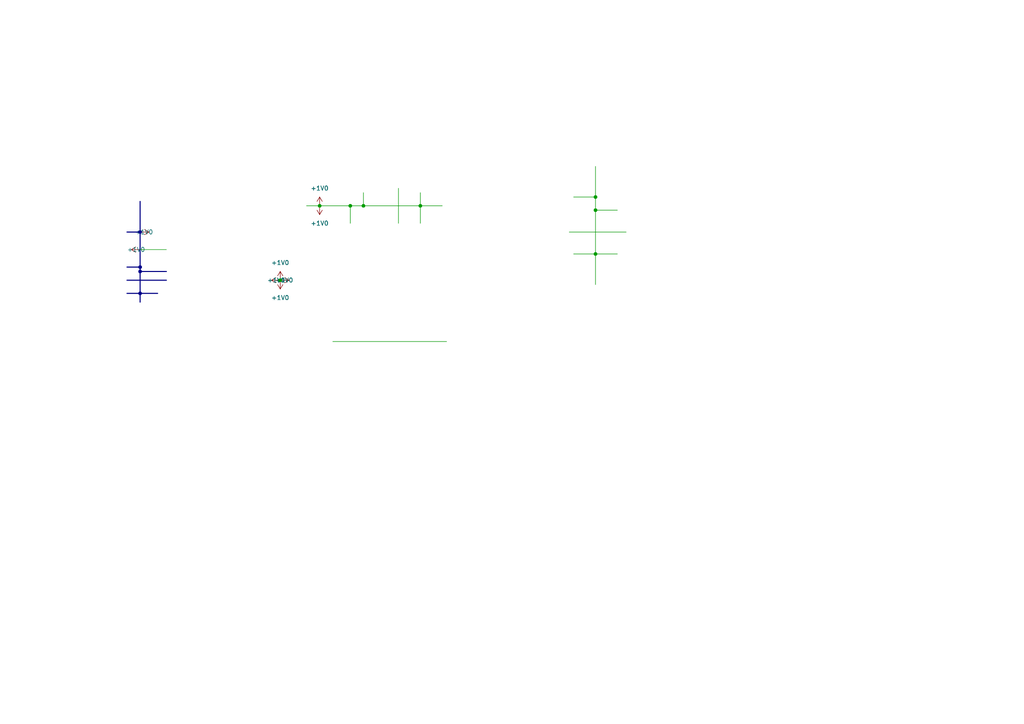
<source format=kicad_sch>
(kicad_sch (version 20240417) (generator "eeschema") (generator_version "8.99")
  (paper "A4")
  (lib_symbols
    (symbol "power:+1V0" (power) (pin_numbers hide) (pin_names (offset 0) hide)
      (property "Value" "+1V0" (at 0 3.556 0))
      (symbol "+1V0_0_1"
        (polyline (pts (xy -0.762 1.27) (xy 0 2.54)))
        (polyline (pts (xy 0 2.54) (xy 0.762 1.27)))
        (polyline (pts (xy 0 0) (xy 0 2.54)))
      )
      (symbol "+1V0_1_1"
        (pin power_in line (at 0 0 90) (length 0) (name "~") (number "1"))
      )
    )
  )
  (junction (at 172.72 57.15))
  (junction (at 81.28 81.28))
  (junction (at 172.72 73.66))
  (junction (at 40.64 67.31))
  (junction (at 105.41 59.69))
  (junction (at 40.64 77.47))
  (junction (at 40.64 78.74))
  (junction (at 101.6 59.69))
  (junction (at 172.72 60.96))
  (junction (at 40.64 85.09))
  (junction (at 92.71 59.69))
  (junction (at 121.92 59.69))
  (bus (pts (xy 40.64 85.09) (xy 40.64 87.63)))
  (wire (pts (xy 166.37 73.66) (xy 172.72 73.66)))
  (bus (pts (xy 40.64 58.42) (xy 40.64 67.31)))
  (bus (pts (xy 40.64 78.74) (xy 48.26 78.74)))
  (wire (pts (xy 105.41 59.69) (xy 121.92 59.69)))
  (wire (pts (xy 88.9 59.69) (xy 92.71 59.69)))
  (wire (pts (xy 40.64 72.39) (xy 48.26 72.39)))
  (bus (pts (xy 40.64 78.74) (xy 40.64 85.09)))
  (wire (pts (xy 165.1 67.31) (xy 181.61 67.31)))
  (wire (pts (xy 121.92 55.88) (xy 121.92 59.69)))
  (wire (pts (xy 172.72 60.96) (xy 179.07 60.96)))
  (wire (pts (xy 96.52 99.06) (xy 129.54 99.06)))
  (bus (pts (xy 36.83 81.28) (xy 48.26 81.28)))
  (wire (pts (xy 166.37 57.15) (xy 172.72 57.15)))
  (bus (pts (xy 40.64 77.47) (xy 40.64 78.74)))
  (wire (pts (xy 172.72 57.15) (xy 172.72 60.96)))
  (wire (pts (xy 172.72 73.66) (xy 179.07 73.66)))
  (wire (pts (xy 101.6 59.69) (xy 101.6 64.77)))
  (wire (pts (xy 115.57 54.61) (xy 115.57 64.77)))
  (bus (pts (xy 36.83 77.47) (xy 40.64 77.47)))
  (wire (pts (xy 172.72 60.96) (xy 172.72 73.66)))
  (wire (pts (xy 101.6 59.69) (xy 105.41 59.69)))
  (wire (pts (xy 172.72 73.66) (xy 172.72 82.55)))
  (wire (pts (xy 105.41 55.88) (xy 105.41 59.69)))
  (wire (pts (xy 121.92 59.69) (xy 128.27 59.69)))
  (wire (pts (xy 92.71 59.69) (xy 101.6 59.69)))
  (bus (pts (xy 36.83 85.09) (xy 40.64 85.09)))
  (bus (pts (xy 40.64 85.09) (xy 45.72 85.09)))
  (bus (pts (xy 40.64 67.31) (xy 40.64 77.47)))
  (bus (pts (xy 36.83 67.31) (xy 40.64 67.31)))
  (wire (pts (xy 172.72 48.26) (xy 172.72 57.15)))
  (wire (pts (xy 121.92 59.69) (xy 121.92 64.77)))
  (symbol (lib_id "power:+1V0") (at 81.28 81.28 180) (unit 1)
    (property "Reference" "#PWR01" (effects (hide yes)))
    (property "Value" "+1V0" (at 81.28 86.36 0))
    (property "Description" "Power symbol creates a global label with name \"+1V0\"" (effects (hide yes)))
  )
  (symbol (lib_id "power:+1V0") (at 92.71 59.69 0) (unit 1)
    (property "Reference" "#PWR03" (effects (hide yes)))
    (property "Value" "+1V0" (at 92.71 54.61 0))
    (property "Description" "Power symbol creates a global label with name \"+1V0\"" (effects (hide yes)))
  )
  (symbol (lib_id "power:+1V0") (at 92.71 59.69 180) (unit 1)
    (property "Reference" "#PWR04" (effects (hide yes)))
    (property "Value" "+1V0" (at 92.71 64.77 0))
    (property "Description" "Power symbol creates a global label with name \"+1V0\"" (effects (hide yes)))
  )
  (symbol (lib_id "power:+1V0") (at 81.28 81.28 90) (unit 1)
    (property "Reference" "#PWR07" (effects (hide yes)))
    (property "Value" "+1V0" (at 77.47 81.2799 90) (effects (justify right)))
    (property "Description" "Power symbol creates a global label with name \"+1V0\"" (effects (hide yes)))
  )
  (symbol (lib_id "power:+1V0") (at 81.28 81.28 0) (unit 1)
    (property "Reference" "#PWR05" (effects (hide yes)))
    (property "Value" "+1V0" (at 81.28 76.2 0))
    (property "Description" "Power symbol creates a global label with name \"+1V0\"" (effects (hide yes)))
  )
  (symbol (lib_id "power:+1V0") (at 40.64 72.39 90) (unit 1)
    (property "Reference" "#PWR08" (effects (hide yes)))
    (property "Value" "+1V0" (at 36.83 72.3899 90) (effects (justify right)))
    (property "Description" "Power symbol creates a global label with name \"+1V0\"" (effects (hide yes)))
  )
  (symbol (lib_id "power:+1V0") (at 40.64 67.31 270) (unit 1)
    (property "Reference" "#PWR02" (effects (hide yes)))
    (property "Value" "+1V0" (at 44.45 67.3099 90) (effects (justify right)))
    (property "Description" "Power symbol creates a global label with name \"+1V0\"" (effects (hide yes)))
  )
  (symbol (lib_id "power:+1V0") (at 81.28 81.28 270) (unit 1)
    (property "Reference" "#PWR06" (effects (hide yes)))
    (property "Value" "+1V0" (at 85.09 81.2799 90) (effects (justify right)))
    (property "Description" "Power symbol creates a global label with name \"+1V0\"" (effects (hide yes)))
  )
)
</source>
